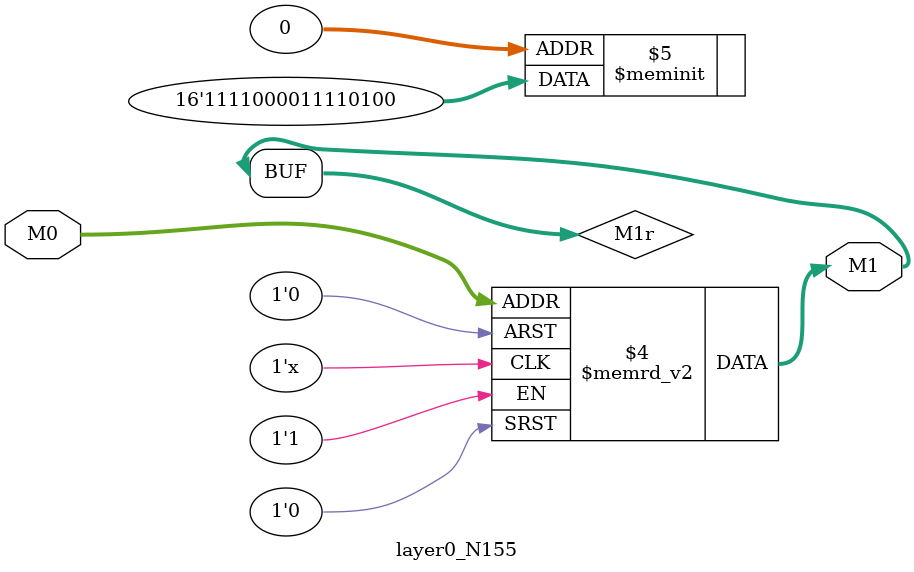
<source format=v>
module layer0_N155 ( input [2:0] M0, output [1:0] M1 );

	(*rom_style = "distributed" *) reg [1:0] M1r;
	assign M1 = M1r;
	always @ (M0) begin
		case (M0)
			3'b000: M1r = 2'b00;
			3'b100: M1r = 2'b00;
			3'b010: M1r = 2'b11;
			3'b110: M1r = 2'b11;
			3'b001: M1r = 2'b01;
			3'b101: M1r = 2'b00;
			3'b011: M1r = 2'b11;
			3'b111: M1r = 2'b11;

		endcase
	end
endmodule

</source>
